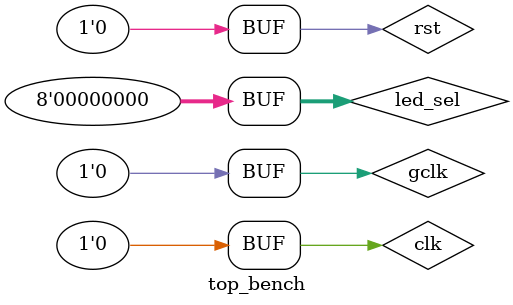
<source format=v>
/*
  sbmips
  Copyright (C) 2017  StarBrilliant <m13253@hotmail.com>

  This program is free software: you can redistribute it and/or modify
  it under the terms of the GNU General Public License as published by
  the Free Software Foundation, either version 3 of the License, or
  (at your option) any later version.

  This program is distributed in the hope that it will be useful,
  but WITHOUT ANY WARRANTY; without even the implied warranty of
  MERCHANTABILITY or FITNESS FOR A PARTICULAR PURPOSE.  See the
  GNU General Public License for more details.

  You should have received a copy of the GNU General Public License
  along with this program.  If not, see <http://www.gnu.org/licenses/>.
*/

`timescale 1ns / 1ps
`default_nettype none

module top_bench;

    // Inputs
    reg clk;
    reg gclk;
    reg rst;
    reg [7:0] led_sel;

    // Outputs
    wire [11:0] led;

    // Instantiate the Unit Under Test (UUT)
    top uut (
        .clk(clk),
        .gclk(gclk),
        .rst(rst),
        .led_sel(led_sel),
        .led(led)
    );

    initial begin
        // Initialize Inputs
        clk = 0;
        gclk = 0;
        rst = 0;
        led_sel = 0;

        // Wait 100 ns for global reset to finish
        #100;

        // Add stimulus here
        repeat(500) begin
            clk = ~clk;
            gclk = ~gclk;
            #100;
        end

    end

endmodule


</source>
